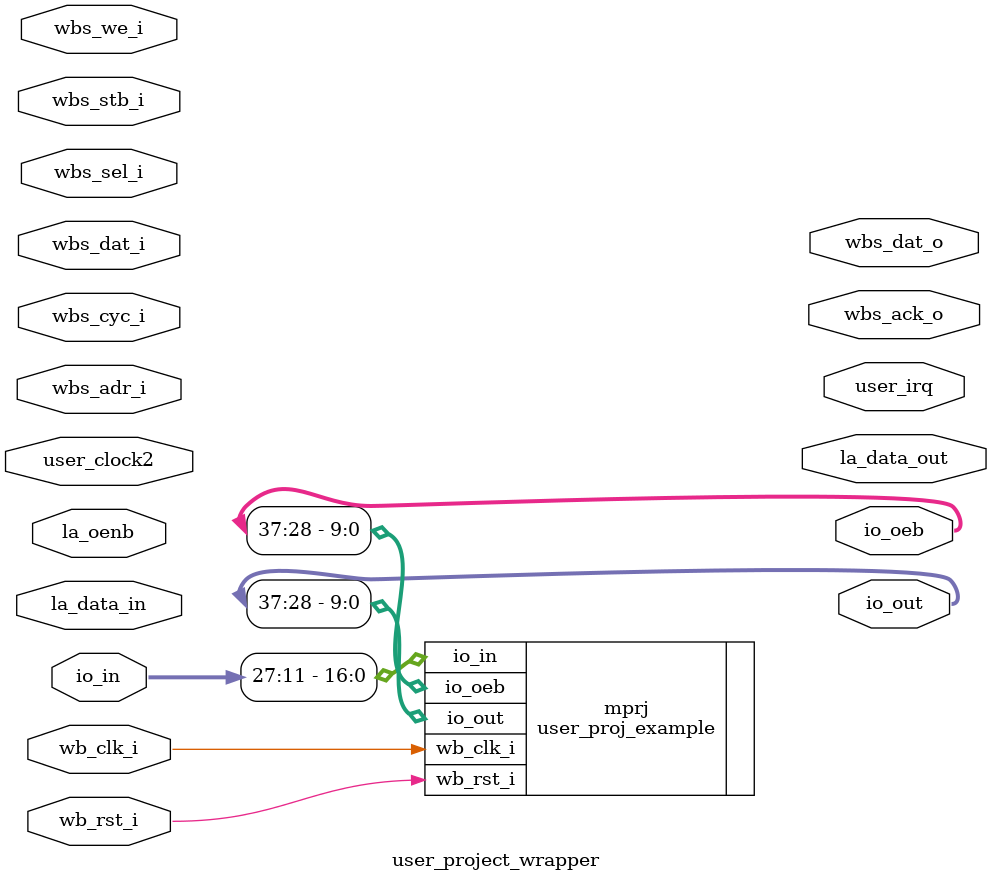
<source format=v>
module user_project_wrapper (user_clock2,
    wb_clk_i,
    wb_rst_i,
    wbs_ack_o,
    wbs_cyc_i,
    wbs_stb_i,
    wbs_we_i,
    io_in,
    io_oeb,
    io_out,
    la_data_in,
    la_data_out,
    la_oenb,
    user_irq,
    wbs_adr_i,
    wbs_dat_i,
    wbs_dat_o,
    wbs_sel_i);
 input user_clock2;
 input wb_clk_i;
 input wb_rst_i;
 output wbs_ack_o;
 input wbs_cyc_i;
 input wbs_stb_i;
 input wbs_we_i;
 input [37:0] io_in;
 output [37:0] io_oeb;
 output [37:0] io_out;
 input [63:0] la_data_in;
 output [63:0] la_data_out;
 input [63:0] la_oenb;
 output [2:0] user_irq;
 input [31:0] wbs_adr_i;
 input [31:0] wbs_dat_i;
 output [31:0] wbs_dat_o;
 input [3:0] wbs_sel_i;


 user_proj_example mprj (.wb_clk_i(wb_clk_i),
    .wb_rst_i(wb_rst_i),
    .io_in({io_in[27],
    io_in[26],
    io_in[25],
    io_in[24],
    io_in[23],
    io_in[22],
    io_in[21],
    io_in[20],
    io_in[19],
    io_in[18],
    io_in[17],
    io_in[16],
    io_in[15],
    io_in[14],
    io_in[13],
    io_in[12],
    io_in[11]}),
    .io_oeb({io_oeb[37],
    io_oeb[36],
    io_oeb[35],
    io_oeb[34],
    io_oeb[33],
    io_oeb[32],
    io_oeb[31],
    io_oeb[30],
    io_oeb[29],
    io_oeb[28]}),
    .io_out({io_out[37],
    io_out[36],
    io_out[35],
    io_out[34],
    io_out[33],
    io_out[32],
    io_out[31],
    io_out[30],
    io_out[29],
    io_out[28]}));
endmodule


</source>
